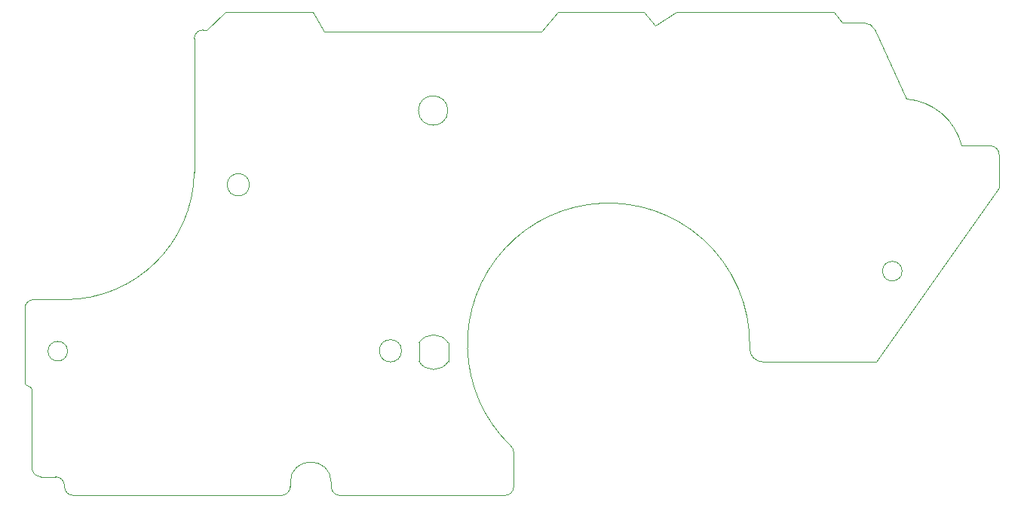
<source format=gbr>
G04 #@! TF.GenerationSoftware,KiCad,Pcbnew,7.0.2*
G04 #@! TF.CreationDate,2023-06-06T21:42:25-07:00*
G04 #@! TF.ProjectId,procon_gcc_button_board,70726f63-6f6e-45f6-9763-635f62757474,rev?*
G04 #@! TF.SameCoordinates,Original*
G04 #@! TF.FileFunction,Profile,NP*
%FSLAX46Y46*%
G04 Gerber Fmt 4.6, Leading zero omitted, Abs format (unit mm)*
G04 Created by KiCad (PCBNEW 7.0.2) date 2023-06-06 21:42:25*
%MOMM*%
%LPD*%
G01*
G04 APERTURE LIST*
G04 #@! TA.AperFunction,Profile*
%ADD10C,0.100000*%
G04 #@! TD*
G04 APERTURE END LIST*
D10*
X122248000Y-131896000D02*
G75*
G03*
X122248000Y-131896000I-1250000J0D01*
G01*
X144518000Y-123556000D02*
G75*
G03*
X144518000Y-123556000I-1650000J0D01*
G01*
X151928025Y-161981059D02*
G75*
G03*
X151619218Y-161258420I-1000025J-41D01*
G01*
X206428000Y-128516000D02*
G75*
G03*
X205428000Y-127516000I-1000000J0D01*
G01*
X98828000Y-164696000D02*
X100478000Y-164696000D01*
X116048000Y-115496000D02*
X116048000Y-130496000D01*
X97028000Y-145796000D02*
X97028000Y-154153850D01*
X144578000Y-151745231D02*
X144577999Y-149666769D01*
X202228022Y-127515995D02*
G75*
G03*
X196048000Y-122266000I-6728722J-1658305D01*
G01*
X151928000Y-165796000D02*
X151928000Y-161981059D01*
X101478000Y-165696000D02*
G75*
G03*
X100478000Y-164696000I-1000000J0D01*
G01*
X101828000Y-150586000D02*
G75*
G03*
X101828000Y-150586000I-1100000J0D01*
G01*
X166548000Y-112496000D02*
X156898000Y-112496000D01*
X101478000Y-165796000D02*
G75*
G03*
X102478000Y-166796000I1000000J0D01*
G01*
X178418101Y-150296003D02*
G75*
G03*
X179918132Y-151795999I1499999J3D01*
G01*
X150928000Y-166796000D02*
G75*
G03*
X151928000Y-165796000I0J1000000D01*
G01*
X97028046Y-154153850D02*
G75*
G03*
X97155141Y-154359567I229954J-50D01*
G01*
X156898000Y-112496000D02*
X155048000Y-114696000D01*
X97155141Y-154359568D02*
X97700859Y-154632432D01*
X129348000Y-112496000D02*
X119548000Y-112496000D01*
X117448000Y-114496000D02*
X117048000Y-114496000D01*
X101528000Y-144796000D02*
X98028000Y-144796000D01*
X132428000Y-166796000D02*
X150928000Y-166796000D01*
X141278002Y-151745230D02*
G75*
G03*
X144577998Y-151745230I1649998J1039231D01*
G01*
X125828000Y-166796000D02*
G75*
G03*
X126828000Y-165796000I0J1000000D01*
G01*
X141278000Y-149666770D02*
X141278000Y-151745231D01*
X102478000Y-166796000D02*
X125828000Y-166796000D01*
X126828000Y-165796000D02*
X126828000Y-165346000D01*
X178418093Y-150296002D02*
G75*
G03*
X173103119Y-137956193I-15842693J490802D01*
G01*
X205428000Y-127516000D02*
X202228000Y-127516000D01*
X195528000Y-141596000D02*
G75*
G03*
X195528000Y-141596000I-1100000J0D01*
G01*
X98028000Y-144796000D02*
G75*
G03*
X97028000Y-145796000I0J-1000000D01*
G01*
X97828000Y-154838150D02*
X97828000Y-163696000D01*
X144577998Y-149666769D02*
G75*
G03*
X141278001Y-149666770I-1649998J-1039231D01*
G01*
X119548000Y-112496000D02*
X117448000Y-114496000D01*
X173103162Y-137956146D02*
G75*
G03*
X151619219Y-161258419I-10528062J-11848354D01*
G01*
X131428000Y-165346000D02*
G75*
G03*
X126828000Y-165346000I-2300000J0D01*
G01*
X97828000Y-163696000D02*
G75*
G03*
X98828000Y-164696000I1000000J0D01*
G01*
X97827954Y-154838150D02*
G75*
G03*
X97700859Y-154632433I-229954J50D01*
G01*
X179918132Y-151796000D02*
X192628000Y-151796000D01*
X196048000Y-122266000D02*
X192547868Y-114574700D01*
X192628000Y-151796000D02*
X206428000Y-132246000D01*
X155048000Y-114696000D02*
X130648000Y-114696000D01*
X206428000Y-132246000D02*
X206428000Y-128516000D01*
X192547877Y-114574696D02*
G75*
G03*
X191182600Y-113696000I-1365277J-621304D01*
G01*
X101478000Y-165696000D02*
X101478000Y-165796000D01*
X131428000Y-165346000D02*
X131428000Y-165796000D01*
X191182600Y-113696000D02*
X188798000Y-113696000D01*
X188798000Y-113696000D02*
X187848000Y-112496000D01*
X131428000Y-165796000D02*
G75*
G03*
X132428000Y-166796000I1000000J0D01*
G01*
X170198000Y-112496000D02*
X167798000Y-113996000D01*
X117048000Y-114496000D02*
G75*
G03*
X116048000Y-115496000I0J-1000000D01*
G01*
X139328000Y-150546000D02*
G75*
G03*
X139328000Y-150546000I-1250000J0D01*
G01*
X130648000Y-114696000D02*
X129348000Y-112496000D01*
X101528000Y-144795992D02*
G75*
G03*
X116048000Y-130496000I0J14521692D01*
G01*
X167798000Y-113996000D02*
X166548000Y-112496000D01*
X187848000Y-112496000D02*
X170198000Y-112496000D01*
M02*

</source>
